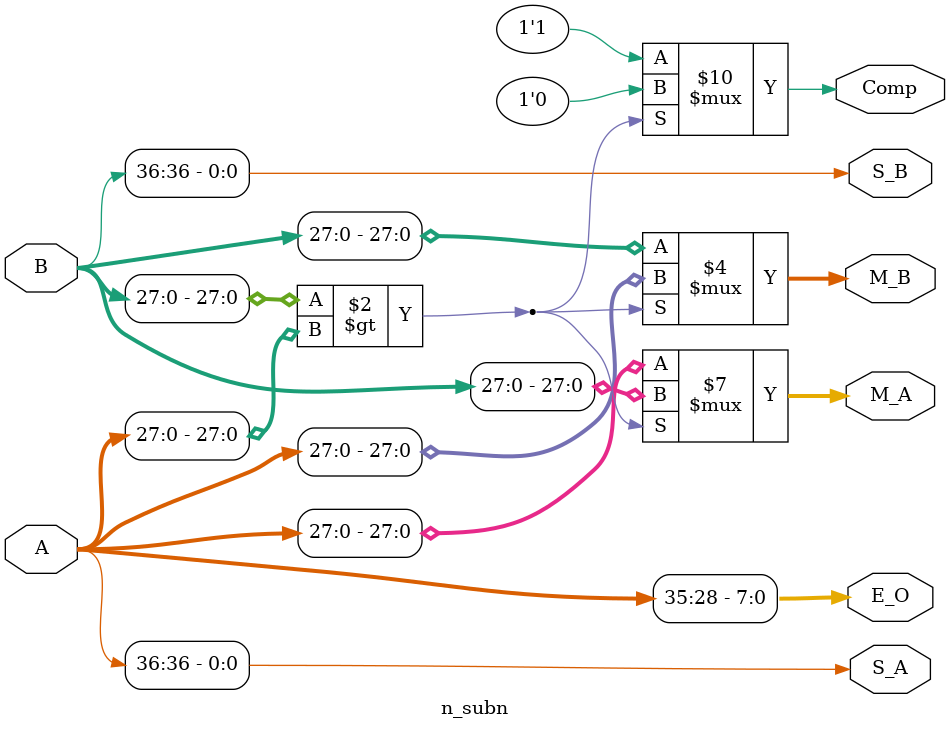
<source format=v>
module n_subn 
(
    input       [36:0]  A, B,
    output              S_A, S_B,               // --> sign A & sign B
    output      [07:0]  E_O,                    // output exponent
    output reg     [27:0]  M_A,                    // Mantissa A
    output reg  [27:0]  M_B,                    // Mantissa B 
    output reg          Comp                    // comparison
);
    
assign S_A = A[36];                 // --> sign A
assign S_B = B[36];                 //     sign B

assign E_O = A[35:28] ; 

// assign M_A = A[27:0] ;              // M_A --> Mantissa of input A
// assign M_B = B[27:0] ;              // M_B --> Mantissa of input B

// assign Comp = (B[27:0] > A[27:0]) ? 1'b0    // B > A
//             : 1'b1;                         // A >= B


always @ (*) begin

    if (B[27:0] > A[27:0]) begin
        Comp = 1'b0;
        M_A = B[27:0];
        M_B = A[27:0];
    end

    else begin
        Comp = 1'b1;
        M_A = A[27:0];
        M_B = B[27:0]; 
    end

end


endmodule
</source>
